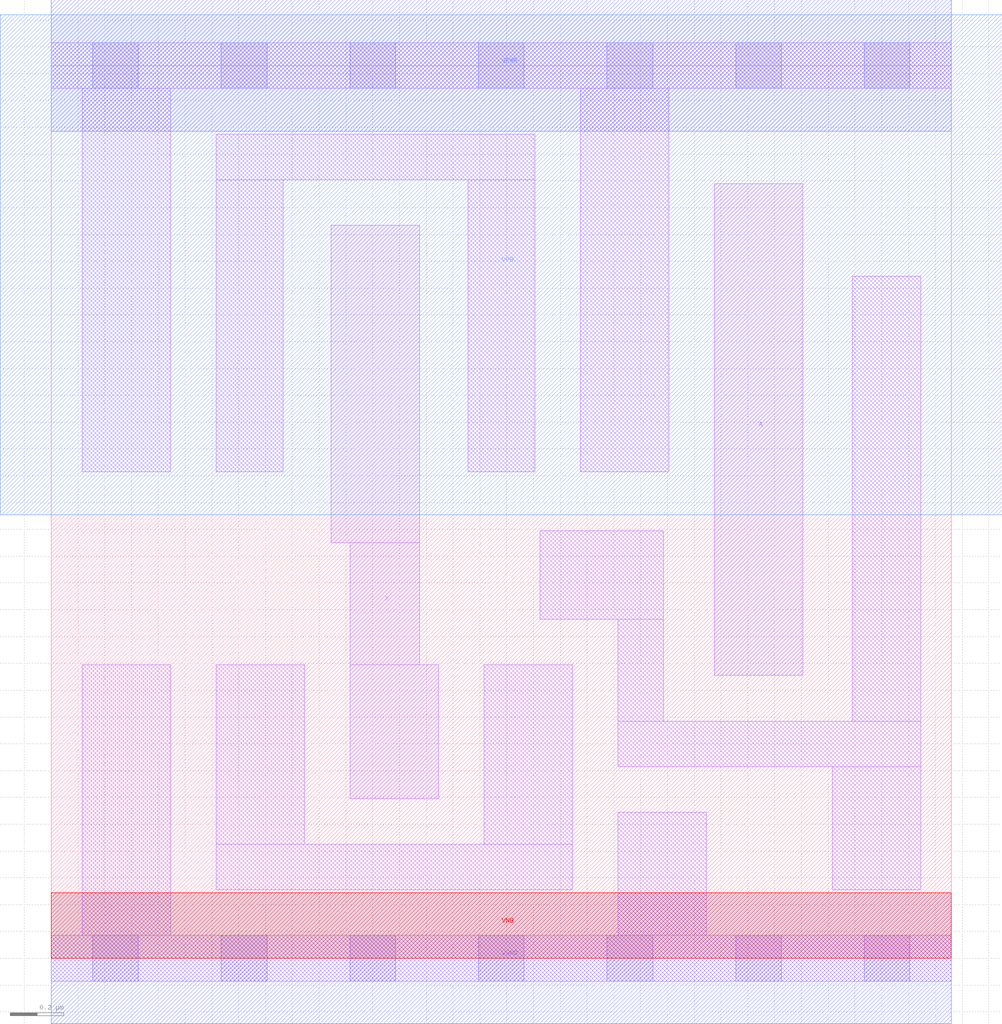
<source format=lef>
# Copyright 2020 The SkyWater PDK Authors
#
# Licensed under the Apache License, Version 2.0 (the "License");
# you may not use this file except in compliance with the License.
# You may obtain a copy of the License at
#
#     https://www.apache.org/licenses/LICENSE-2.0
#
# Unless required by applicable law or agreed to in writing, software
# distributed under the License is distributed on an "AS IS" BASIS,
# WITHOUT WARRANTIES OR CONDITIONS OF ANY KIND, either express or implied.
# See the License for the specific language governing permissions and
# limitations under the License.
#
# SPDX-License-Identifier: Apache-2.0

VERSION 5.7 ;
  NOWIREEXTENSIONATPIN ON ;
  DIVIDERCHAR "/" ;
  BUSBITCHARS "[]" ;
MACRO sky130_fd_sc_lp__buflp_2
  CLASS CORE ;
  FOREIGN sky130_fd_sc_lp__buflp_2 ;
  ORIGIN  0.000000  0.000000 ;
  SIZE  3.360000 BY  3.330000 ;
  SYMMETRY X Y R90 ;
  SITE unit ;
  PIN A
    ANTENNAGATEAREA  0.318000 ;
    DIRECTION INPUT ;
    USE SIGNAL ;
    PORT
      LAYER li1 ;
        RECT 2.475000 1.055000 2.805000 2.890000 ;
    END
  END A
  PIN X
    ANTENNADIFFAREA  0.646800 ;
    DIRECTION OUTPUT ;
    USE SIGNAL ;
    PORT
      LAYER li1 ;
        RECT 1.045000 1.550000 1.375000 2.735000 ;
        RECT 1.115000 0.595000 1.445000 1.095000 ;
        RECT 1.115000 1.095000 1.375000 1.550000 ;
    END
  END X
  PIN VGND
    DIRECTION INOUT ;
    USE GROUND ;
    PORT
      LAYER met1 ;
        RECT 0.000000 -0.245000 3.360000 0.245000 ;
    END
  END VGND
  PIN VNB
    DIRECTION INOUT ;
    USE GROUND ;
    PORT
      LAYER pwell ;
        RECT 0.000000 0.000000 3.360000 0.245000 ;
    END
  END VNB
  PIN VPB
    DIRECTION INOUT ;
    USE POWER ;
    PORT
      LAYER nwell ;
        RECT -0.190000 1.655000 3.550000 3.520000 ;
    END
  END VPB
  PIN VPWR
    DIRECTION INOUT ;
    USE POWER ;
    PORT
      LAYER met1 ;
        RECT 0.000000 3.085000 3.360000 3.575000 ;
    END
  END VPWR
  OBS
    LAYER li1 ;
      RECT 0.000000 -0.085000 3.360000 0.085000 ;
      RECT 0.000000  3.245000 3.360000 3.415000 ;
      RECT 0.115000  0.085000 0.445000 1.095000 ;
      RECT 0.115000  1.815000 0.445000 3.245000 ;
      RECT 0.615000  0.255000 1.945000 0.425000 ;
      RECT 0.615000  0.425000 0.945000 1.095000 ;
      RECT 0.615000  1.815000 0.865000 2.905000 ;
      RECT 0.615000  2.905000 1.805000 3.075000 ;
      RECT 1.555000  1.815000 1.805000 2.905000 ;
      RECT 1.615000  0.425000 1.945000 1.095000 ;
      RECT 1.825000  1.265000 2.285000 1.595000 ;
      RECT 1.975000  1.815000 2.305000 3.245000 ;
      RECT 2.115000  0.085000 2.445000 0.545000 ;
      RECT 2.115000  0.715000 3.245000 0.885000 ;
      RECT 2.115000  0.885000 2.285000 1.265000 ;
      RECT 2.915000  0.255000 3.245000 0.715000 ;
      RECT 2.990000  0.885000 3.245000 2.545000 ;
    LAYER mcon ;
      RECT 0.155000 -0.085000 0.325000 0.085000 ;
      RECT 0.155000  3.245000 0.325000 3.415000 ;
      RECT 0.635000 -0.085000 0.805000 0.085000 ;
      RECT 0.635000  3.245000 0.805000 3.415000 ;
      RECT 1.115000 -0.085000 1.285000 0.085000 ;
      RECT 1.115000  3.245000 1.285000 3.415000 ;
      RECT 1.595000 -0.085000 1.765000 0.085000 ;
      RECT 1.595000  3.245000 1.765000 3.415000 ;
      RECT 2.075000 -0.085000 2.245000 0.085000 ;
      RECT 2.075000  3.245000 2.245000 3.415000 ;
      RECT 2.555000 -0.085000 2.725000 0.085000 ;
      RECT 2.555000  3.245000 2.725000 3.415000 ;
      RECT 3.035000 -0.085000 3.205000 0.085000 ;
      RECT 3.035000  3.245000 3.205000 3.415000 ;
  END
END sky130_fd_sc_lp__buflp_2
END LIBRARY

</source>
